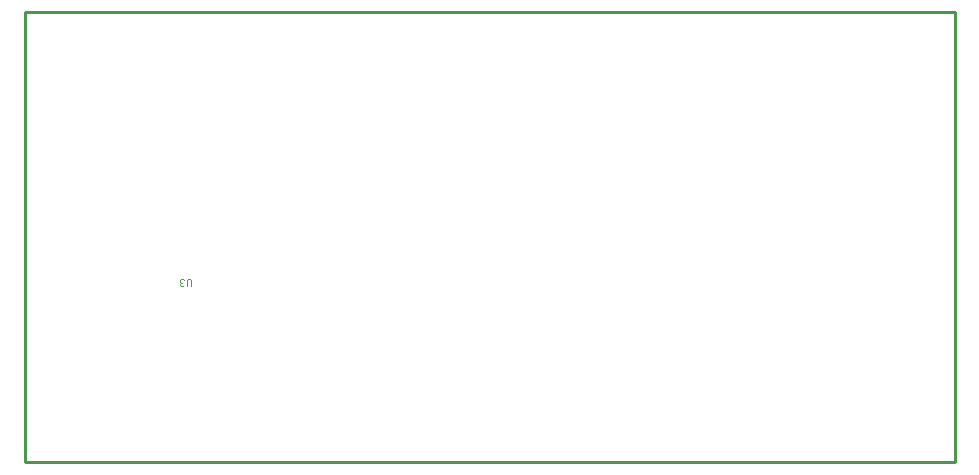
<source format=gm1>
G04*
G04 #@! TF.GenerationSoftware,Altium Limited,Altium Designer,21.2.0 (30)*
G04*
G04 Layer_Color=16711935*
%FSLAX23Y23*%
%MOIN*%
G70*
G04*
G04 #@! TF.SameCoordinates,F0910630-DBBB-4278-8751-63CB2971D6BE*
G04*
G04*
G04 #@! TF.FilePolarity,Positive*
G04*
G01*
G75*
%ADD14C,0.004*%
%ADD15C,0.010*%
D14*
X555Y586D02*
Y606D01*
X551Y610D01*
X543D01*
X539Y606D01*
Y586D01*
X531Y590D02*
X527Y586D01*
X520D01*
X516Y590D01*
Y594D01*
X520Y598D01*
X524D01*
X520D01*
X516Y602D01*
Y606D01*
X520Y610D01*
X527D01*
X531Y606D01*
D15*
X0Y1500D02*
X3100D01*
X0Y0D02*
Y1500D01*
Y0D02*
X3100D01*
X3100Y1500D02*
X3100Y0D01*
M02*

</source>
